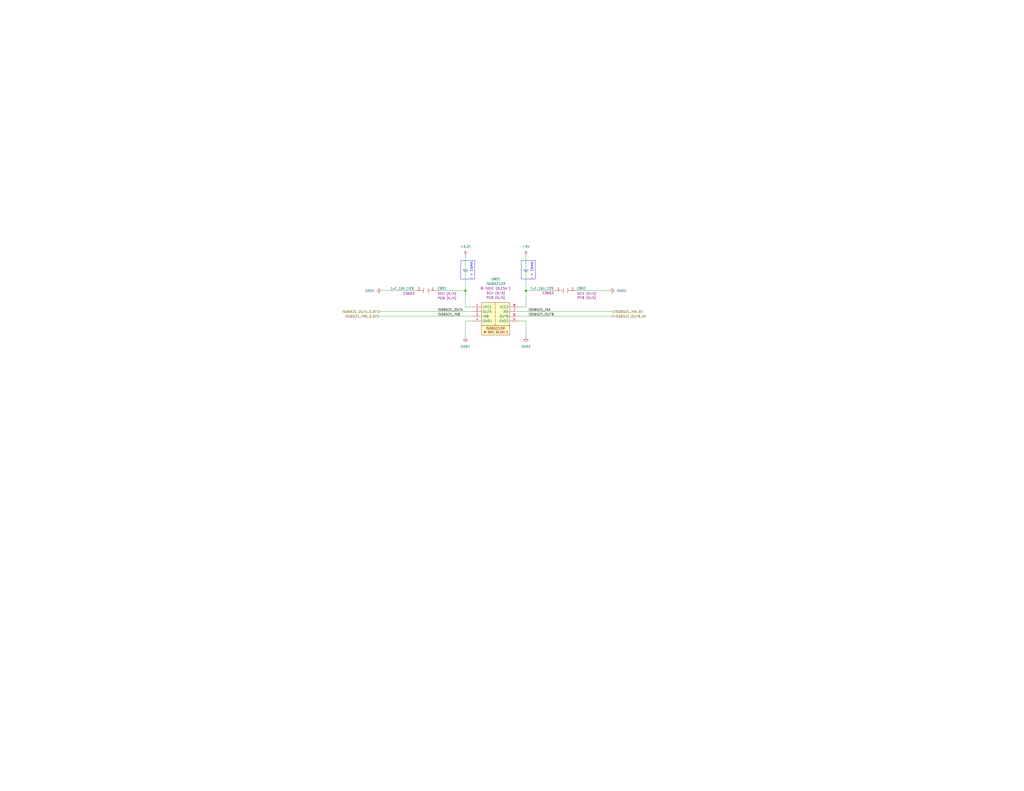
<source format=kicad_sch>
(kicad_sch (version 20231120) (generator "eeschema") (generator_version "8.0")
  (paper "C")
  (title_block (comment 2 "RELEASED"))
  (lib_symbols
    (symbol "_SCHLIB_ESP32-IsoLink:CAP_MLCC_1uF_16V_10%_X7R_C0603" (exclude_from_sim yes)
      (property "Reference" "C" (at 2.794 3.81 0))
      (property "Value" "1uF_16V_10%" (at 2.794 6.096 0))
      (property "Package" "C0603" (at 2.794 11.43 0))
      (property "SCH CHECK" "SCH (N/A)" (at 2.794 16.256 0))
      (property "PCB CHECk" "PCB (N/A)" (at 2.794 19.05 0))
      (symbol "CAP_MLCC_1uF_16V_10%_X7R_C0603_0_1"
        (polyline private (pts (xy 2.54 2.54) (xy 27.94 2.54)))
        (polyline private (pts (xy 2.54 5.08) (xy 27.94 5.08)))
        (polyline private (pts (xy 2.54 7.62) (xy 27.94 7.62)))
        (polyline private (pts (xy 2.54 10.16) (xy 27.94 10.16)))
        (polyline private (pts (xy 2.54 12.7) (xy 27.94 12.7)))
        (polyline private (pts (xy 2.54 15.24) (xy 27.94 15.24)))
        (polyline private (pts (xy 2.54 17.78) (xy 27.94 17.78)))
        (polyline private (pts (xy 2.54 20.32) (xy 27.94 20.32)))
        (polyline private (pts (xy 2.54 22.86) (xy 27.94 22.86)))
        (polyline private (pts (xy 2.54 25.4) (xy 27.94 25.4)))
        (polyline private (pts (xy 2.54 27.94) (xy 27.94 27.94)))
        (polyline private (pts (xy 2.54 30.48) (xy 27.94 30.48)))
        (polyline private (pts (xy 2.54 33.02) (xy 27.94 33.02)))
        (polyline private (pts (xy 2.54 35.56) (xy 27.94 35.56)))
        (polyline private (pts (xy 2.54 38.1) (xy 27.94 38.1)))
        (polyline private (pts (xy 2.54 40.64) (xy 27.94 40.64)))
        (polyline private (pts (xy 2.54 43.18) (xy 27.94 43.18)))
        (polyline private (pts (xy 2.54 45.72) (xy 27.94 45.72)))
        (polyline private (pts (xy 2.54 48.26) (xy 27.94 48.26)))
        (polyline private (pts (xy 2.54 50.8) (xy 27.94 50.8)))
        (polyline (pts (xy 5.08 1.27) (xy 5.08 -1.27)))
        (polyline (pts (xy 7.62 1.27) (xy 7.62 -1.27)))
      )
      (symbol "CAP_MLCC_1uF_16V_10%_X7R_C0603_1_1"
        (pin passive line (at 0 0 0) (length 5.08) (name "") (number "1"))
        (pin passive line (at 12.7 0 180) (length 5.08) (name "") (number "2"))
      )
    )
    (symbol "_SCHLIB_ESP32-IsoLink:IC_Digital Isolator_ISO6521DR_Bi-Directional_1{colon}1_CAN, RS232, RS485, SPI_8-SOIC (0.154{dblquote})" (exclude_from_sim yes)
      (property "Reference" "U" (at 2.794 3.81 0))
      (property "Value" "ISO6521DR" (at 2.794 6.096 0))
      (property "Package" "8-SOIC (0.154\")" (at 2.794 11.43 0))
      (property "SCH CHECK" "SCH (N/A)" (at 2.794 16.256 0))
      (property "PCB CHECk" "PCB (N/A)" (at 2.794 19.05 0))
      (symbol "IC_Digital Isolator_ISO6521DR_Bi-Directional_1{colon}1_CAN, RS232, RS485, SPI_8-SOIC (0.154{dblquote})_0_1"
        (polyline private (pts (xy 2.54 2.54) (xy 27.94 2.54)))
        (polyline private (pts (xy 2.54 5.08) (xy 27.94 5.08)))
        (polyline private (pts (xy 2.54 7.62) (xy 27.94 7.62)))
        (polyline private (pts (xy 2.54 10.16) (xy 27.94 10.16)))
        (polyline private (pts (xy 2.54 12.7) (xy 27.94 12.7)))
        (polyline private (pts (xy 2.54 15.24) (xy 27.94 15.24)))
        (polyline private (pts (xy 2.54 17.78) (xy 27.94 17.78)))
        (polyline private (pts (xy 2.54 20.32) (xy 27.94 20.32)))
        (polyline private (pts (xy 2.54 22.86) (xy 27.94 22.86)))
        (polyline private (pts (xy 2.54 25.4) (xy 27.94 25.4)))
        (polyline private (pts (xy 2.54 27.94) (xy 27.94 27.94)))
        (polyline private (pts (xy 2.54 30.48) (xy 27.94 30.48)))
        (polyline private (pts (xy 2.54 33.02) (xy 27.94 33.02)))
        (polyline private (pts (xy 2.54 35.56) (xy 27.94 35.56)))
        (polyline private (pts (xy 2.54 38.1) (xy 27.94 38.1)))
        (polyline private (pts (xy 2.54 40.64) (xy 27.94 40.64)))
        (polyline private (pts (xy 2.54 43.18) (xy 27.94 43.18)))
        (polyline private (pts (xy 2.54 45.72) (xy 27.94 45.72)))
        (polyline private (pts (xy 2.54 48.26) (xy 27.94 48.26)))
        (polyline private (pts (xy 2.54 50.8) (xy 27.94 50.8)))
      )
      (symbol "IC_Digital Isolator_ISO6521DR_Bi-Directional_1{colon}1_CAN, RS232, RS485, SPI_8-SOIC (0.154{dblquote})_1_1"
        (polyline (pts (xy 0 -12.7) (xy 15.24 -12.7)))
        (polyline (pts (xy 7.366 0) (xy 7.366 -12.7)) (stroke (width 0) (type dash)))
        (rectangle (start 0 0) (end 15.24 -17.78) (fill (type background)))
        (text "8-SOIC (0.154\")" (at 7.62 -16.256 0) (effects (font (size 1.016 1.016))))
        (text "ISO6521DR" (at 7.366 -14.224 0) (effects (font (size 1.27 1.27))))
        (pin passive line (at -5.08 -2.54 0) (length 5.08) (name "VCC1") (number "1"))
        (pin passive line (at -5.08 -5.08 0) (length 5.08) (name "OUTA") (number "2"))
        (pin passive line (at -5.08 -7.62 0) (length 5.08) (name "INB") (number "3"))
        (pin passive line (at -5.08 -10.16 0) (length 5.08) (name "GND1") (number "4"))
        (pin passive line (at 20.32 -10.16 180) (length 5.08) (name "GND2") (number "5"))
        (pin passive line (at 20.32 -7.62 180) (length 5.08) (name "OUTB") (number "6"))
        (pin passive line (at 20.32 -5.08 180) (length 5.08) (name "INA") (number "7"))
        (pin passive line (at 20.32 -2.54 180) (length 5.08) (name "VCC2") (number "8"))
      )
    )
    (symbol "power:+3.3V" (power) (pin_numbers hide) (pin_names (offset 0) hide)
      (property "Value" "+3.3V" (at 0 3.556 0))
      (symbol "+3.3V_0_1"
        (polyline (pts (xy -0.762 1.27) (xy 0 2.54)))
        (polyline (pts (xy 0 0) (xy 0 2.54)))
        (polyline (pts (xy 0 2.54) (xy 0.762 1.27)))
      )
      (symbol "+3.3V_1_1"
        (pin power_in line (at 0 0 90) (length 0) (name "~") (number "1"))
      )
    )
    (symbol "power:+5V" (power) (pin_numbers hide) (pin_names (offset 0) hide)
      (property "Value" "+5V" (at 0 3.556 0))
      (symbol "+5V_0_1"
        (polyline (pts (xy -0.762 1.27) (xy 0 2.54)))
        (polyline (pts (xy 0 0) (xy 0 2.54)))
        (polyline (pts (xy 0 2.54) (xy 0.762 1.27)))
      )
      (symbol "+5V_1_1"
        (pin power_in line (at 0 0 90) (length 0) (name "~") (number "1"))
      )
    )
    (symbol "power:GND1" (power) (pin_numbers hide) (pin_names (offset 0) hide)
      (property "Value" "GND1" (at 0 -3.81 0))
      (symbol "GND1_0_1"
        (polyline (pts (xy 0 0) (xy 0 -1.27) (xy 1.27 -1.27) (xy 0 -2.54) (xy -1.27 -1.27) (xy 0 -1.27)))
      )
      (symbol "GND1_1_1"
        (pin power_in line (at 0 0 270) (length 0) (name "~") (number "1"))
      )
    )
    (symbol "power:GND2" (power) (pin_numbers hide) (pin_names (offset 0) hide)
      (property "Value" "GND2" (at 0 -3.81 0))
      (symbol "GND2_0_1"
        (polyline (pts (xy 0 0) (xy 0 -1.27) (xy 1.27 -1.27) (xy 0 -2.54) (xy -1.27 -1.27) (xy 0 -1.27)))
      )
      (symbol "GND2_1_1"
        (pin power_in line (at 0 0 270) (length 0) (name "~") (number "1"))
      )
    )
  )
  (junction (at 287.02 158.75))
  (junction (at 254 158.75))
  (wire (pts (xy 257.81 175.26) (xy 254 175.26)))
  (wire (pts (xy 287.02 175.26) (xy 287.02 184.15)))
  (wire (pts (xy 287.02 139.7) (xy 287.02 158.75)))
  (wire (pts (xy 283.21 172.72) (xy 334.01 172.72)))
  (wire (pts (xy 254 175.26) (xy 254 184.15)))
  (wire (pts (xy 208.28 158.75) (xy 226.06 158.75)))
  (polyline (pts (xy 252.73 147.32) (xy 254 148.59)))
  (wire (pts (xy 254 167.64) (xy 257.81 167.64)))
  (wire (pts (xy 238.76 158.75) (xy 254 158.75)))
  (polyline (pts (xy 254 148.59) (xy 255.27 147.32)))
  (wire (pts (xy 283.21 170.18) (xy 334.01 170.18)))
  (wire (pts (xy 283.21 167.64) (xy 287.02 167.64)))
  (wire (pts (xy 302.26 158.75) (xy 287.02 158.75)))
  (wire (pts (xy 207.01 170.18) (xy 257.81 170.18)))
  (wire (pts (xy 332.74 158.75) (xy 314.96 158.75)))
  (polyline (pts (xy 285.75 147.32) (xy 287.02 148.59)))
  (wire (pts (xy 283.21 175.26) (xy 287.02 175.26)))
  (polyline (pts (xy 252.73 147.32) (xy 255.27 147.32)))
  (polyline (pts (xy 285.75 147.32) (xy 288.29 147.32)))
  (wire (pts (xy 287.02 158.75) (xy 287.02 167.64)))
  (polyline (pts (xy 287.02 148.59) (xy 288.29 147.32)))
  (wire (pts (xy 207.01 172.72) (xy 257.81 172.72)))
  (wire (pts (xy 254 158.75) (xy 254 167.64)))
  (wire (pts (xy 254 139.7) (xy 254 158.75)))
  (rectangle (start 251.46 142.24) (end 259.08 152.4))
  (rectangle (start 284.48 142.24) (end 292.1 152.4))
  (text "I = 15mA" (at 257.302 147.828 90) (effects (font (size 1.27 1.27))))
  (text "I = 15mA" (at 290.322 147.828 90) (effects (font (size 1.27 1.27))))
  (label "ISO6521_INB" (at 238.76 172.72 0))
  (label "ISO6521_OUTA" (at 238.76 170.18 0))
  (label "ISO6521_OUTB" (at 288.29 172.72 0))
  (label "ISO6521_INA" (at 288.29 170.18 0))
  (hierarchical_label "ISO6521_OUTA_3.3V" (shape output) (at 207.01 170.18 180))
  (hierarchical_label "ISO6521_OUTB_5V" (shape output) (at 334.01 172.72 0))
  (hierarchical_label "ISO6521_INB_3.3V" (shape input) (at 207.01 172.72 180))
  (hierarchical_label "ISO6521_INA_5V" (shape input) (at 334.01 170.18 0))
  (symbol (lib_id "power:GND1") (at 208.28 158.75 270) (unit 1)
    (property "Reference" "#PWR0801" (effects (hide yes)))
    (property "Value" "GND1" (at 204.47 158.7499 90) (effects (justify right)))
    (property "Description" "Power symbol creates a global label with name \"GND1\" , ground" (effects (hide yes)))
    (instances (project "_HW_ESP32-IsoLink" (path "" (reference "#PWR0801") (unit 1)) (path "" (reference "#PWR0901") (unit 1)) (path "" (reference "#PWR01001") (unit 1)) (path "" (reference "#PWR01101") (unit 1))))
  )
  (symbol (lib_id "power:+3.3V") (at 254 139.7 0) (unit 1)
    (property "Reference" "#PWR0802" (effects (hide yes)))
    (property "Value" "+3.3V" (at 254 134.62 0))
    (property "Description" "Power symbol creates a global label with name \"+3.3V\"" (effects (hide yes)))
    (instances (project "_HW_ESP32-IsoLink" (path "" (reference "#PWR0802") (unit 1)) (path "" (reference "#PWR0902") (unit 1)) (path "" (reference "#PWR01002") (unit 1)) (path "" (reference "#PWR01102") (unit 1))))
  )
  (symbol (lib_id "power:GND2") (at 287.02 184.15 0) (unit 1)
    (property "Reference" "#PWR0805" (effects (hide yes)))
    (property "Value" "GND2" (at 287.02 189.23 0))
    (property "Description" "Power symbol creates a global label with name \"GND2\" , ground" (effects (hide yes)))
    (instances (project "_HW_ESP32-IsoLink" (path "" (reference "#PWR0805") (unit 1)) (path "" (reference "#PWR0905") (unit 1)) (path "" (reference "#PWR01005") (unit 1)) (path "" (reference "#PWR01105") (unit 1))))
  )
  (symbol (lib_id "_SCHLIB_ESP32-IsoLink:IC_Digital Isolator_ISO6521DR_Bi-Directional_1{colon}1_CAN, RS232, RS485, SPI_8-SOIC (0.154{dblquote})") (at 262.89 165.1 0) (unit 1) (exclude_from_sim yes)
    (property "Reference" "U801" (at 270.51 152.4 0))
    (property "Value" "ISO6521DR" (at 270.51 154.94 0))
    (property "Footprint" "_PCBLIB_ESP32-IsoLink:SOIC-8_3.9x4.9mm_P1.27mm" (effects (hide yes)))
    (property "Datasheet" "https://www.ti.com/lit/ds/symlink/iso6520.pdf?ts=1715857910740&ref_url=https%253A%252F%252Fwww.ti.com%252Fproduct%252FISO6520%253Flogin-check%253Dtrue" (effects (hide yes)))
    (property "Description" "CAN, RS232, RS485, SPI Digital Isolator 707Vrms 2 Channel 50Mbps 100kV/µs CMTI 8-SOIC (0.154\", 3.90mm Width)" (effects (hide yes)))
    (property "Package" "8-SOIC (0.154\")" (at 270.51 157.48 0))
    (property "Manufacturer 1" "Texas Instruments" (effects (hide yes)))
    (property "MPN 1" "ISO6521DR" (effects (hide yes)))
    (property "Vendor 1 Part# - TR" "296-ISO6521DRTR-ND" (effects (hide yes)))
    (property "Vendor 1 Part# - CT" "296-ISO6521DRCT-ND" (effects (hide yes)))
    (property "Vendor 1" "Digikey" (effects (hide yes)))
    (property "Purchase Link 1" "https://www.digikey.ca/en/products/detail/texas-instruments/ISO6521DR/23331379?s=N4IgTCBcDa4JwDYC0BJAygeQQVjARgBEAlAFSKQDkCQBdAXyA" (effects (hide yes)))
    (property "Manufacturer 2" "Texas Instruments" (effects (hide yes)))
    (property "MPN 2" "ISO7721DR" (effects (hide yes)))
    (property "Vendor 2 Part# - TR" "C366164" (effects (hide yes)))
    (property "Vendor 2 Part# - CT" "C366164" (effects (hide yes)))
    (property "Vendor 2" "LCSC Electronics" (effects (hide yes)))
    (property "Purchase Link 2" "https://www.lcsc.com/product-detail/Digital-Isolators_Texas-Instruments-ISO7721DR_C366164.html?s_z=s_Signal%20Isolation%20Devices%7CDigital%20Isolators" (effects (hide yes)))
    (property "SCH CHECK" "SCH (N/A)" (at 270.51 160.02 0))
    (property "PCB CHECk" "PCB (N/A)" (at 270.51 162.56 0))
    (instances (project "_HW_ESP32-IsoLink" (path "" (reference "U801") (unit 1)) (path "" (reference "U901") (unit 1)) (path "" (reference "U1001") (unit 1)) (path "" (reference "U1101") (unit 1))))
  )
  (symbol (lib_id "_SCHLIB_ESP32-IsoLink:CAP_MLCC_1uF_16V_10%_X7R_C0603") (at 238.76 158.75 180) (unit 1) (exclude_from_sim yes)
    (property "Reference" "C801" (at 243.84 157.48 0) (effects (justify left)))
    (property "Value" "1uF_16V_10%" (at 226.06 157.48 0) (effects (justify left)))
    (property "Footprint" "_PCBLIB_ESP32-IsoLink:C_0603_1608Metric" (effects (hide yes)))
    (property "Datasheet" "https://weblib.samsungsem.com/mlcc/mlcc-ec-data-sheet.do?partNumber=CL10B105KO8NNN" (effects (hide yes)))
    (property "Description" "1 µF ±10% 16V Ceramic Capacitor X7R 0603 (1608 Metric)" (effects (hide yes)))
    (property "Package" "C0603" (at 226.314 160.274 0) (effects (justify left)))
    (property "Manufacturer 1" "Samsung Electro-Mechanics" (effects (hide yes)))
    (property "MPN 1" "CL10B105KO8NNNC" (effects (hide yes)))
    (property "Vendor 1 Part# - TR" "1276-1019-2-ND" (effects (hide yes)))
    (property "Vendor 1 Part# - CT" "1276-1019-1-ND" (effects (hide yes)))
    (property "Vendor 1" "Digikey" (effects (hide yes)))
    (property "Purchase Link 1" "https://www.digikey.ca/en/products/detail/samsung-electro-mechanics/CL10B105KO8NNNC/3886677" (effects (hide yes)))
    (property "Manufacturer 2" "Samsung Electro-Mechanics" (effects (hide yes)))
    (property "MPN 2" "CL10B105KO8NNNC" (effects (hide yes)))
    (property "Vendor 2 Part# - TR" "CL10B105KO8NNNC" (effects (hide yes)))
    (property "Vendor 2 Part# - CT" "CL10B105KO8NNNC" (effects (hide yes)))
    (property "Vendor 2" "LCSC Electronics" (effects (hide yes)))
    (property "Purchase Link 2" "https://www.lcsc.com/product-detail/Multilayer-Ceramic-Capacitors-MLCC-SMD-SMT_Samsung-Electro-Mechanics-CL10B105KO8NNNC_C59782.html?s_z=n_CL10B105KO8NNNC" (effects (hide yes)))
    (property "SCH CHECK" "SCH (N/A)" (at 249.174 160.274 0) (effects (justify left)))
    (property "PCB CHECk" "PCB (N/A)" (at 249.174 162.814 0) (effects (justify left)))
    (instances (project "_HW_ESP32-IsoLink" (path "" (reference "C801") (unit 1)) (path "" (reference "C901") (unit 1)) (path "" (reference "C1001") (unit 1)) (path "" (reference "C1101") (unit 1))))
  )
  (symbol (lib_id "power:+5V") (at 287.02 139.7 0) (unit 1)
    (property "Reference" "#PWR0804" (effects (hide yes)))
    (property "Value" "+5V" (at 287.02 134.62 0))
    (property "Description" "Power symbol creates a global label with name \"+5V\"" (effects (hide yes)))
    (instances (project "_HW_ESP32-IsoLink" (path "" (reference "#PWR0804") (unit 1)) (path "" (reference "#PWR0904") (unit 1)) (path "" (reference "#PWR01004") (unit 1)) (path "" (reference "#PWR01104") (unit 1))))
  )
  (symbol (lib_id "_SCHLIB_ESP32-IsoLink:CAP_MLCC_1uF_16V_10%_X7R_C0603") (at 302.26 158.75 0) (unit 1) (exclude_from_sim yes)
    (property "Reference" "C802" (at 314.706 157.48 0) (effects (justify left)))
    (property "Value" "1uF_16V_10%" (at 289.306 157.48 0) (effects (justify left)))
    (property "Footprint" "_PCBLIB_ESP32-IsoLink:C_0603_1608Metric" (effects (hide yes)))
    (property "Datasheet" "https://weblib.samsungsem.com/mlcc/mlcc-ec-data-sheet.do?partNumber=CL10B105KO8NNN" (effects (hide yes)))
    (property "Description" "1 µF ±10% 16V Ceramic Capacitor X7R 0603 (1608 Metric)" (effects (hide yes)))
    (property "Package" "C0603" (at 295.91 160.02 0) (effects (justify left)))
    (property "Manufacturer 1" "Samsung Electro-Mechanics" (effects (hide yes)))
    (property "MPN 1" "CL10B105KO8NNNC" (effects (hide yes)))
    (property "Vendor 1 Part# - TR" "1276-1019-2-ND" (effects (hide yes)))
    (property "Vendor 1 Part# - CT" "1276-1019-1-ND" (effects (hide yes)))
    (property "Vendor 1" "Digikey" (effects (hide yes)))
    (property "Purchase Link 1" "https://www.digikey.ca/en/products/detail/samsung-electro-mechanics/CL10B105KO8NNNC/3886677" (effects (hide yes)))
    (property "Manufacturer 2" "Samsung Electro-Mechanics" (effects (hide yes)))
    (property "MPN 2" "CL10B105KO8NNNC" (effects (hide yes)))
    (property "Vendor 2 Part# - TR" "CL10B105KO8NNNC" (effects (hide yes)))
    (property "Vendor 2 Part# - CT" "CL10B105KO8NNNC" (effects (hide yes)))
    (property "Vendor 2" "LCSC Electronics" (effects (hide yes)))
    (property "Purchase Link 2" "https://www.lcsc.com/product-detail/Multilayer-Ceramic-Capacitors-MLCC-SMD-SMT_Samsung-Electro-Mechanics-CL10B105KO8NNNC_C59782.html?s_z=n_CL10B105KO8NNNC" (effects (hide yes)))
    (property "SCH CHECK" "SCH (N/A)" (at 314.96 160.274 0) (effects (justify left)))
    (property "PCB CHECk" "PCB (N/A)" (at 314.96 162.56 0) (effects (justify left)))
    (instances (project "_HW_ESP32-IsoLink" (path "" (reference "C802") (unit 1)) (path "" (reference "C902") (unit 1)) (path "" (reference "C1002") (unit 1)) (path "" (reference "C1102") (unit 1))))
  )
  (symbol (lib_id "power:GND2") (at 332.74 158.75 90) (unit 1)
    (property "Reference" "#PWR0806" (effects (hide yes)))
    (property "Value" "GND2" (at 336.55 158.7499 90) (effects (justify right)))
    (property "Description" "Power symbol creates a global label with name \"GND2\" , ground" (effects (hide yes)))
    (instances (project "_HW_ESP32-IsoLink" (path "" (reference "#PWR0806") (unit 1)) (path "" (reference "#PWR0906") (unit 1)) (path "" (reference "#PWR01006") (unit 1)) (path "" (reference "#PWR01106") (unit 1))))
  )
  (symbol (lib_id "power:GND1") (at 254 184.15 0) (unit 1)
    (property "Reference" "#PWR0803" (effects (hide yes)))
    (property "Value" "GND1" (at 254 189.23 0))
    (property "Description" "Power symbol creates a global label with name \"GND1\" , ground" (effects (hide yes)))
    (instances (project "_HW_ESP32-IsoLink" (path "" (reference "#PWR0803") (unit 1)) (path "" (reference "#PWR0903") (unit 1)) (path "" (reference "#PWR01003") (unit 1)) (path "" (reference "#PWR01103") (unit 1))))
  )
)
</source>
